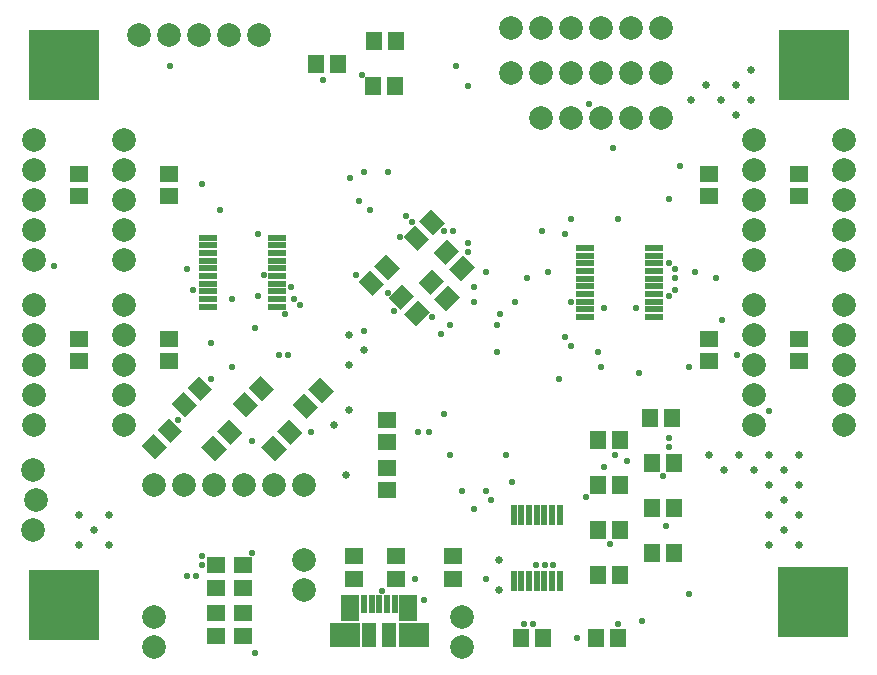
<source format=gbr>
G04 EAGLE Gerber RS-274X export*
G75*
%MOMM*%
%FSLAX34Y34*%
%LPD*%
%INSoldermask Bottom*%
%IPPOS*%
%AMOC8*
5,1,8,0,0,1.08239X$1,22.5*%
G01*
%ADD10R,1.427000X1.627000*%
%ADD11C,2.006600*%
%ADD12R,1.600200X0.482600*%
%ADD13R,0.482600X1.803400*%
%ADD14R,1.627000X1.427000*%
%ADD15R,2.502000X2.027000*%
%ADD16R,1.302000X2.027000*%
%ADD17R,1.602000X2.227000*%
%ADD18R,0.577000X1.507000*%
%ADD19R,5.969000X5.969000*%
%ADD20C,0.584200*%
%ADD21C,0.652000*%


D10*
X313080Y528320D03*
X332080Y528320D03*
D11*
X556260Y463550D03*
X530860Y463550D03*
X505460Y463550D03*
X480060Y463550D03*
X454660Y463550D03*
X25400Y342900D03*
X25400Y368300D03*
X25400Y393700D03*
X25400Y419100D03*
X25400Y444500D03*
D10*
X263550Y509270D03*
X282550Y509270D03*
X330810Y490220D03*
X311810Y490220D03*
D12*
X172720Y303490D03*
X172720Y309990D03*
X172720Y316490D03*
X172720Y322990D03*
X172720Y329490D03*
X172720Y335990D03*
X172720Y342490D03*
X172720Y348990D03*
X172720Y355490D03*
X172720Y361990D03*
X231140Y361990D03*
X231140Y355490D03*
X231140Y348990D03*
X231140Y342490D03*
X231140Y335990D03*
X231140Y329490D03*
X231140Y322990D03*
X231140Y316490D03*
X231140Y309990D03*
X231140Y303490D03*
X491490Y294600D03*
X491490Y301100D03*
X491490Y307600D03*
X491490Y314100D03*
X491490Y320600D03*
X491490Y327100D03*
X491490Y333600D03*
X491490Y340100D03*
X491490Y346600D03*
X491490Y353100D03*
X549910Y353100D03*
X549910Y346600D03*
X549910Y340100D03*
X549910Y333600D03*
X549910Y327100D03*
X549910Y320600D03*
X549910Y314100D03*
X549910Y307600D03*
X549910Y301100D03*
X549910Y294600D03*
D11*
X556260Y501650D03*
X530860Y501650D03*
X505460Y501650D03*
X480060Y501650D03*
X454660Y501650D03*
X429260Y501650D03*
X101600Y342900D03*
X101600Y368300D03*
X101600Y393700D03*
X101600Y419100D03*
X101600Y444500D03*
X25400Y203200D03*
X25400Y228600D03*
X25400Y254000D03*
X25400Y279400D03*
X25400Y304800D03*
X101600Y203200D03*
X101600Y228600D03*
X101600Y254000D03*
X101600Y279400D03*
X101600Y304800D03*
X711200Y342900D03*
X711200Y368300D03*
X711200Y393700D03*
X711200Y419100D03*
X711200Y444500D03*
X635000Y342900D03*
X635000Y368300D03*
X635000Y393700D03*
X635000Y419100D03*
X635000Y444500D03*
X711200Y203200D03*
X711200Y228600D03*
X711200Y254000D03*
X711200Y279400D03*
X711200Y304800D03*
X635000Y203200D03*
X635000Y228600D03*
X635000Y254000D03*
X635000Y279400D03*
X635000Y304800D03*
X215900Y533400D03*
X190500Y533400D03*
X165100Y533400D03*
X139700Y533400D03*
X114300Y533400D03*
D10*
G36*
X373576Y338821D02*
X363486Y348911D01*
X374990Y360415D01*
X385080Y350325D01*
X373576Y338821D01*
G37*
G36*
X387011Y325385D02*
X376921Y335475D01*
X388425Y346979D01*
X398515Y336889D01*
X387011Y325385D01*
G37*
G36*
X351521Y375725D02*
X361611Y385815D01*
X373115Y374311D01*
X363025Y364221D01*
X351521Y375725D01*
G37*
G36*
X338086Y362289D02*
X348176Y372379D01*
X359680Y360875D01*
X349590Y350785D01*
X338086Y362289D01*
G37*
G36*
X313421Y337625D02*
X323511Y347715D01*
X335015Y336211D01*
X324925Y326121D01*
X313421Y337625D01*
G37*
G36*
X299986Y324189D02*
X310076Y334279D01*
X321580Y322775D01*
X311490Y312685D01*
X299986Y324189D01*
G37*
G36*
X335476Y300721D02*
X325386Y310811D01*
X336890Y322315D01*
X346980Y312225D01*
X335476Y300721D01*
G37*
G36*
X348911Y287285D02*
X338821Y297375D01*
X350325Y308879D01*
X360415Y298789D01*
X348911Y287285D01*
G37*
G36*
X360876Y313421D02*
X350786Y323511D01*
X362290Y335015D01*
X372380Y324925D01*
X360876Y313421D01*
G37*
G36*
X374311Y299985D02*
X364221Y310075D01*
X375725Y321579D01*
X385815Y311489D01*
X374311Y299985D01*
G37*
X546760Y209550D03*
X565760Y209550D03*
X502310Y190500D03*
X521310Y190500D03*
X548030Y171450D03*
X567030Y171450D03*
X502310Y152400D03*
X521310Y152400D03*
X548030Y133350D03*
X567030Y133350D03*
X502310Y114300D03*
X521310Y114300D03*
X548030Y95250D03*
X567030Y95250D03*
X502310Y76200D03*
X521310Y76200D03*
D13*
X470350Y70866D03*
X463850Y70866D03*
X457350Y70866D03*
X450850Y70866D03*
X444350Y70866D03*
X437850Y70866D03*
X431350Y70866D03*
X431350Y127254D03*
X437850Y127254D03*
X444350Y127254D03*
X450850Y127254D03*
X457350Y127254D03*
X463850Y127254D03*
X470350Y127254D03*
D10*
X501040Y22860D03*
X520040Y22860D03*
X456540Y22860D03*
X437540Y22860D03*
D11*
X24130Y114300D03*
X26670Y139700D03*
X24130Y165100D03*
D14*
X295910Y73050D03*
X295910Y92050D03*
X323850Y207620D03*
X323850Y188620D03*
X323850Y147980D03*
X323850Y166980D03*
D11*
X429260Y539750D03*
X454660Y539750D03*
X480060Y539750D03*
X505460Y539750D03*
X530860Y539750D03*
X556260Y539750D03*
X387350Y15240D03*
X387350Y40640D03*
X254000Y63500D03*
X254000Y88900D03*
D15*
X346625Y25400D03*
D16*
X325875Y25400D03*
D15*
X288375Y25400D03*
D16*
X309125Y25400D03*
D17*
X342125Y48400D03*
D18*
X317500Y52000D03*
X324000Y52000D03*
X311000Y52000D03*
X330500Y52000D03*
X304500Y52000D03*
D17*
X292875Y48400D03*
D14*
X379730Y73050D03*
X379730Y92050D03*
X331470Y73050D03*
X331470Y92050D03*
D19*
X50800Y508000D03*
X685800Y508000D03*
X50800Y50800D03*
X684530Y53340D03*
D11*
X254000Y152400D03*
X228600Y152400D03*
X203200Y152400D03*
X177800Y152400D03*
X152400Y152400D03*
X127000Y152400D03*
D10*
G36*
X265700Y218635D02*
X255610Y208545D01*
X244106Y220049D01*
X254196Y230139D01*
X265700Y218635D01*
G37*
G36*
X279135Y232071D02*
X269045Y221981D01*
X257541Y233485D01*
X267631Y243575D01*
X279135Y232071D01*
G37*
G36*
X239030Y183075D02*
X228940Y172985D01*
X217436Y184489D01*
X227526Y194579D01*
X239030Y183075D01*
G37*
G36*
X252465Y196511D02*
X242375Y186421D01*
X230871Y197925D01*
X240961Y208015D01*
X252465Y196511D01*
G37*
G36*
X214900Y219905D02*
X204810Y209815D01*
X193306Y221319D01*
X203396Y231409D01*
X214900Y219905D01*
G37*
G36*
X228335Y233341D02*
X218245Y223251D01*
X206741Y234755D01*
X216831Y244845D01*
X228335Y233341D01*
G37*
G36*
X188230Y183075D02*
X178140Y172985D01*
X166636Y184489D01*
X176726Y194579D01*
X188230Y183075D01*
G37*
G36*
X201665Y196511D02*
X191575Y186421D01*
X180071Y197925D01*
X190161Y208015D01*
X201665Y196511D01*
G37*
G36*
X162830Y219905D02*
X152740Y209815D01*
X141236Y221319D01*
X151326Y231409D01*
X162830Y219905D01*
G37*
G36*
X176265Y233341D02*
X166175Y223251D01*
X154671Y234755D01*
X164761Y244845D01*
X176265Y233341D01*
G37*
G36*
X137430Y184345D02*
X127340Y174255D01*
X115836Y185759D01*
X125926Y195849D01*
X137430Y184345D01*
G37*
G36*
X150865Y197781D02*
X140775Y187691D01*
X129271Y199195D01*
X139361Y209285D01*
X150865Y197781D01*
G37*
D14*
X179070Y24790D03*
X179070Y43790D03*
X179070Y84430D03*
X179070Y65430D03*
X201930Y24790D03*
X201930Y43790D03*
X201930Y84430D03*
X201930Y65430D03*
X63500Y415900D03*
X63500Y396900D03*
X139700Y415900D03*
X139700Y396900D03*
X63500Y276200D03*
X63500Y257200D03*
X139700Y276200D03*
X139700Y257200D03*
X673100Y415900D03*
X673100Y396900D03*
X596900Y415900D03*
X596900Y396900D03*
X673100Y276200D03*
X673100Y257200D03*
X596900Y276200D03*
X596900Y257200D03*
D11*
X127000Y15240D03*
X127000Y40640D03*
D20*
X340000Y380000D03*
X335000Y362500D03*
X407500Y72500D03*
X305000Y282500D03*
X362500Y295000D03*
D21*
X673100Y101600D03*
X660400Y114300D03*
X647700Y127000D03*
X660400Y139700D03*
X673100Y152400D03*
X660400Y165100D03*
X647700Y177800D03*
X673100Y177800D03*
X647700Y152400D03*
X673100Y127000D03*
X647700Y101600D03*
X635000Y165100D03*
X622300Y177800D03*
X609600Y165100D03*
X596900Y177800D03*
X419100Y63500D03*
X419100Y88900D03*
X292100Y254000D03*
X304800Y266700D03*
X292100Y279400D03*
X63500Y101600D03*
X76200Y114300D03*
X88900Y127000D03*
X63500Y127000D03*
X88900Y101600D03*
X292100Y215900D03*
X279400Y203200D03*
X289560Y161290D03*
X632460Y504190D03*
X619760Y491490D03*
X607060Y478790D03*
X632460Y478790D03*
X619760Y466090D03*
X594360Y491490D03*
X581660Y478790D03*
D20*
X212500Y285000D03*
X330000Y300000D03*
X485000Y22500D03*
X212500Y10000D03*
X380000Y367500D03*
X250000Y305000D03*
X562500Y312500D03*
X455000Y367500D03*
X442500Y327500D03*
X245000Y310000D03*
X572500Y422500D03*
X407500Y332500D03*
X392500Y357500D03*
X392500Y490000D03*
X460000Y332500D03*
X297500Y330000D03*
X305000Y417500D03*
X392500Y350000D03*
X495000Y475000D03*
X270000Y495000D03*
X302500Y500000D03*
X215000Y312500D03*
X192500Y310000D03*
X160000Y317500D03*
X535000Y302500D03*
X507500Y302500D03*
X480000Y307500D03*
X167500Y407500D03*
X155000Y335000D03*
X42500Y337500D03*
X232500Y262500D03*
X175000Y272500D03*
X182500Y385000D03*
X210000Y190000D03*
X240000Y262500D03*
X215000Y365000D03*
X242500Y320000D03*
X237500Y297500D03*
X192500Y252500D03*
X220000Y330000D03*
X475000Y365000D03*
X175000Y242500D03*
X470000Y242500D03*
X562500Y395000D03*
X480000Y377500D03*
X515000Y437500D03*
X567500Y317500D03*
X567500Y327500D03*
X602500Y327500D03*
X620000Y262500D03*
X567500Y335000D03*
X585000Y332500D03*
X562500Y340000D03*
X562500Y185000D03*
X360000Y197500D03*
X372500Y212500D03*
X580000Y252500D03*
X647500Y215000D03*
X520000Y377500D03*
X147500Y207500D03*
X607500Y292500D03*
X140000Y507500D03*
X562500Y192500D03*
X507500Y167500D03*
X557500Y160000D03*
X492500Y142500D03*
X537500Y247500D03*
X505000Y252500D03*
X502500Y265000D03*
X417500Y265000D03*
X425000Y177500D03*
X517500Y177500D03*
X370000Y280000D03*
X377500Y177500D03*
X527500Y172500D03*
X480000Y270000D03*
X377500Y287500D03*
X475000Y277500D03*
X560000Y117500D03*
X512500Y102500D03*
X580000Y60000D03*
X540000Y37500D03*
X310000Y385000D03*
X325000Y417500D03*
X372500Y367500D03*
X300000Y392500D03*
X345000Y375000D03*
X382500Y507500D03*
X465000Y85000D03*
X450000Y85000D03*
X457500Y85000D03*
X447500Y35000D03*
X440000Y35000D03*
X520000Y35000D03*
X292500Y412500D03*
X260000Y197500D03*
X347500Y72500D03*
X355000Y55000D03*
X350000Y197500D03*
X320000Y62500D03*
X162500Y75000D03*
X167500Y92500D03*
X210000Y95000D03*
X432500Y307500D03*
X430000Y155000D03*
X397500Y320000D03*
X387500Y147500D03*
X325000Y315000D03*
X420000Y297500D03*
X407500Y147500D03*
X397500Y307500D03*
X397500Y132500D03*
X417500Y287500D03*
X412500Y140000D03*
X167500Y85000D03*
X155000Y75000D03*
M02*

</source>
